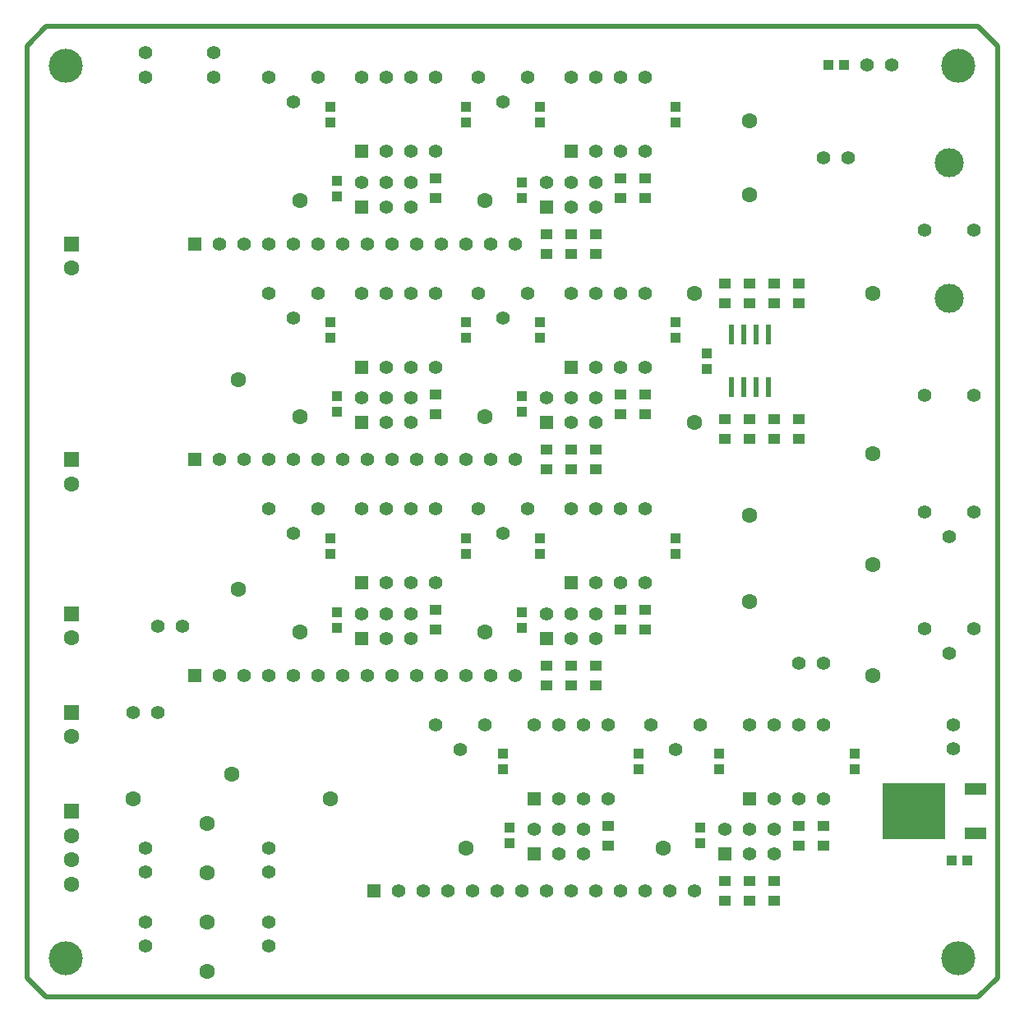
<source format=gbr>
%TF.GenerationSoftware,KiCad,Pcbnew,(5.1.12)-1*%
%TF.CreationDate,2022-11-09T13:17:00+09:00*%
%TF.ProjectId,2212_PHOTO_DIODE_PRE_AMP,32323132-5f50-4484-9f54-4f5f44494f44,0*%
%TF.SameCoordinates,Original*%
%TF.FileFunction,Soldermask,Top*%
%TF.FilePolarity,Negative*%
%FSLAX46Y46*%
G04 Gerber Fmt 4.6, Leading zero omitted, Abs format (unit mm)*
G04 Created by KiCad (PCBNEW (5.1.12)-1) date 2022-11-09 13:17:00*
%MOMM*%
%LPD*%
G01*
G04 APERTURE LIST*
%ADD10C,0.500000*%
%ADD11C,3.000000*%
%ADD12C,3.500000*%
%ADD13C,1.400000*%
%ADD14R,1.000000X1.000000*%
%ADD15C,1.600000*%
%ADD16R,1.600000X1.600000*%
%ADD17R,0.600000X2.000000*%
%ADD18R,6.400000X5.800000*%
%ADD19R,2.200000X1.200000*%
%ADD20R,1.400000X1.400000*%
%ADD21R,1.250000X1.000000*%
G04 APERTURE END LIST*
D10*
X52000000Y-50000000D02*
X50000000Y-52000000D01*
X148000000Y-50000000D02*
X52000000Y-50000000D01*
X150000000Y-52000000D02*
X148000000Y-50000000D01*
X150000000Y-148000000D02*
X150000000Y-52000000D01*
X148000000Y-150000000D02*
X150000000Y-148000000D01*
X52000000Y-150000000D02*
X148000000Y-150000000D01*
X50000000Y-148000000D02*
X52000000Y-150000000D01*
X50000000Y-52000000D02*
X50000000Y-148000000D01*
D11*
%TO.C,REF\u002A\u002A*%
X145000000Y-78000000D03*
%TD*%
%TO.C,REF\u002A\u002A*%
X145000000Y-64000000D03*
%TD*%
D12*
%TO.C,REF\u002A\u002A*%
X54000000Y-146000000D03*
%TD*%
%TO.C,REF\u002A\u002A*%
X146000000Y-146000000D03*
%TD*%
%TO.C,REF\u002A\u002A*%
X146000000Y-54000000D03*
%TD*%
%TO.C,REF\u002A\u002A*%
X54000000Y-54000000D03*
%TD*%
D13*
%TO.C,C12*%
X62230000Y-137140000D03*
X62230000Y-134640000D03*
%TD*%
%TO.C,C13*%
X62230000Y-144760000D03*
X62230000Y-142260000D03*
%TD*%
%TO.C,C14*%
X129560000Y-115570000D03*
X132060000Y-115570000D03*
%TD*%
%TO.C,C15*%
X74930000Y-137140000D03*
X74930000Y-134640000D03*
%TD*%
%TO.C,C16*%
X74930000Y-144760000D03*
X74930000Y-142260000D03*
%TD*%
D14*
%TO.C,C17*%
X120015000Y-83655000D03*
X120015000Y-85255000D03*
%TD*%
%TO.C,C18*%
X145250000Y-135890000D03*
X146850000Y-135890000D03*
%TD*%
D13*
%TO.C,C19*%
X134600000Y-63500000D03*
X132100000Y-63500000D03*
%TD*%
%TO.C,C20*%
X145415000Y-121940000D03*
X145415000Y-124440000D03*
%TD*%
D14*
%TO.C,C21*%
X116840000Y-58255000D03*
X116840000Y-59855000D03*
%TD*%
%TO.C,C22*%
X116840000Y-80480000D03*
X116840000Y-82080000D03*
%TD*%
%TO.C,C23*%
X102870000Y-58255000D03*
X102870000Y-59855000D03*
%TD*%
%TO.C,C24*%
X102870000Y-80480000D03*
X102870000Y-82080000D03*
%TD*%
%TO.C,C25*%
X100965000Y-66040000D03*
X100965000Y-67640000D03*
%TD*%
%TO.C,C26*%
X100965000Y-88100000D03*
X100965000Y-89700000D03*
%TD*%
%TO.C,C27*%
X95250000Y-58255000D03*
X95250000Y-59855000D03*
%TD*%
%TO.C,C28*%
X95250000Y-80480000D03*
X95250000Y-82080000D03*
%TD*%
%TO.C,C29*%
X81280000Y-58255000D03*
X81280000Y-59855000D03*
%TD*%
%TO.C,C30*%
X81280000Y-80480000D03*
X81280000Y-82080000D03*
%TD*%
%TO.C,C31*%
X81915000Y-65875000D03*
X81915000Y-67475000D03*
%TD*%
%TO.C,C32*%
X81915000Y-88100000D03*
X81915000Y-89700000D03*
%TD*%
D13*
%TO.C,C33*%
X62230000Y-52725000D03*
X62230000Y-55225000D03*
%TD*%
%TO.C,C34*%
X69215000Y-55225000D03*
X69215000Y-52725000D03*
%TD*%
D14*
%TO.C,C35*%
X116840000Y-102705000D03*
X116840000Y-104305000D03*
%TD*%
%TO.C,C36*%
X135255000Y-124930000D03*
X135255000Y-126530000D03*
%TD*%
%TO.C,C37*%
X102870000Y-102705000D03*
X102870000Y-104305000D03*
%TD*%
%TO.C,C38*%
X121285000Y-124930000D03*
X121285000Y-126530000D03*
%TD*%
%TO.C,C39*%
X100965000Y-110325000D03*
X100965000Y-111925000D03*
%TD*%
%TO.C,C40*%
X119380000Y-132550000D03*
X119380000Y-134150000D03*
%TD*%
%TO.C,C41*%
X95250000Y-102705000D03*
X95250000Y-104305000D03*
%TD*%
%TO.C,C42*%
X113030000Y-124930000D03*
X113030000Y-126530000D03*
%TD*%
%TO.C,C43*%
X81280000Y-102705000D03*
X81280000Y-104305000D03*
%TD*%
%TO.C,C44*%
X99060000Y-124930000D03*
X99060000Y-126530000D03*
%TD*%
%TO.C,C45*%
X81915000Y-110325000D03*
X81915000Y-111925000D03*
%TD*%
%TO.C,C46*%
X99695000Y-132550000D03*
X99695000Y-134150000D03*
%TD*%
D13*
%TO.C,C47*%
X63480000Y-120650000D03*
X60980000Y-120650000D03*
%TD*%
%TO.C,C48*%
X63520000Y-111760000D03*
X66020000Y-111760000D03*
%TD*%
D15*
%TO.C,CN2*%
X54610000Y-74910000D03*
D16*
X54610000Y-72410000D03*
%TD*%
D15*
%TO.C,CN3*%
X54610000Y-97135000D03*
D16*
X54610000Y-94635000D03*
%TD*%
D15*
%TO.C,CN4*%
X54610000Y-113010000D03*
D16*
X54610000Y-110510000D03*
%TD*%
D15*
%TO.C,CN5*%
X54610000Y-123170000D03*
D16*
X54610000Y-120670000D03*
%TD*%
D17*
%TO.C,IC3*%
X126365000Y-87155000D03*
X126365000Y-81755000D03*
X125095000Y-87155000D03*
X125095000Y-81755000D03*
X123825000Y-87155000D03*
X123825000Y-81755000D03*
X122555000Y-87155000D03*
X122555000Y-81755000D03*
%TD*%
D18*
%TO.C,IC4*%
X141410000Y-130810000D03*
D19*
X147710000Y-128530000D03*
X147710000Y-133090000D03*
%TD*%
D13*
%TO.C,IC5*%
X106045000Y-55245000D03*
X113665000Y-62865000D03*
X108585000Y-55245000D03*
X111125000Y-62865000D03*
X111125000Y-55245000D03*
X108585000Y-62865000D03*
X113665000Y-55245000D03*
D20*
X106045000Y-62865000D03*
%TD*%
D13*
%TO.C,IC6*%
X106045000Y-77470000D03*
X113665000Y-85090000D03*
X108585000Y-77470000D03*
X111125000Y-85090000D03*
X111125000Y-77470000D03*
X108585000Y-85090000D03*
X113665000Y-77470000D03*
D20*
X106045000Y-85090000D03*
%TD*%
D13*
%TO.C,IC7*%
X84455000Y-55245000D03*
X92075000Y-62865000D03*
X86995000Y-55245000D03*
X89535000Y-62865000D03*
X89535000Y-55245000D03*
X86995000Y-62865000D03*
X92075000Y-55245000D03*
D20*
X84455000Y-62865000D03*
%TD*%
D13*
%TO.C,IC8*%
X84455000Y-77470000D03*
X92075000Y-85090000D03*
X86995000Y-77470000D03*
X89535000Y-85090000D03*
X89535000Y-77470000D03*
X86995000Y-85090000D03*
X92075000Y-77470000D03*
D20*
X84455000Y-85090000D03*
%TD*%
D13*
%TO.C,IC9*%
X106045000Y-99695000D03*
X113665000Y-107315000D03*
X108585000Y-99695000D03*
X111125000Y-107315000D03*
X111125000Y-99695000D03*
X108585000Y-107315000D03*
X113665000Y-99695000D03*
D20*
X106045000Y-107315000D03*
%TD*%
D13*
%TO.C,IC10*%
X124460000Y-121920000D03*
X132080000Y-129540000D03*
X127000000Y-121920000D03*
X129540000Y-129540000D03*
X129540000Y-121920000D03*
X127000000Y-129540000D03*
X132080000Y-121920000D03*
D20*
X124460000Y-129540000D03*
%TD*%
D13*
%TO.C,IC11*%
X84455000Y-99695000D03*
X92075000Y-107315000D03*
X86995000Y-99695000D03*
X89535000Y-107315000D03*
X89535000Y-99695000D03*
X86995000Y-107315000D03*
X92075000Y-99695000D03*
D20*
X84455000Y-107315000D03*
%TD*%
D13*
%TO.C,IC12*%
X102235000Y-121920000D03*
X109855000Y-129540000D03*
X104775000Y-121920000D03*
X107315000Y-129540000D03*
X107315000Y-121920000D03*
X104775000Y-129540000D03*
X109855000Y-121920000D03*
D20*
X102235000Y-129540000D03*
%TD*%
D13*
%TO.C,JP1*%
X103505000Y-66040000D03*
X106045000Y-66040000D03*
X108585000Y-66040000D03*
X108585000Y-68580000D03*
X106045000Y-68580000D03*
D20*
X103505000Y-68580000D03*
%TD*%
D13*
%TO.C,JP2*%
X103505000Y-88265000D03*
X106045000Y-88265000D03*
X108585000Y-88265000D03*
X108585000Y-90805000D03*
X106045000Y-90805000D03*
D20*
X103505000Y-90805000D03*
%TD*%
D13*
%TO.C,JP3*%
X84455000Y-66040000D03*
X86995000Y-66040000D03*
X89535000Y-66040000D03*
X89535000Y-68580000D03*
X86995000Y-68580000D03*
D20*
X84455000Y-68580000D03*
%TD*%
D13*
%TO.C,JP4*%
X84455000Y-88265000D03*
X86995000Y-88265000D03*
X89535000Y-88265000D03*
X89535000Y-90805000D03*
X86995000Y-90805000D03*
D20*
X84455000Y-90805000D03*
%TD*%
D13*
%TO.C,JP5*%
X103505000Y-110490000D03*
X106045000Y-110490000D03*
X108585000Y-110490000D03*
X108585000Y-113030000D03*
X106045000Y-113030000D03*
D20*
X103505000Y-113030000D03*
%TD*%
D13*
%TO.C,JP6*%
X121920000Y-132715000D03*
X124460000Y-132715000D03*
X127000000Y-132715000D03*
X127000000Y-135255000D03*
X124460000Y-135255000D03*
D20*
X121920000Y-135255000D03*
%TD*%
D13*
%TO.C,JP7*%
X84455000Y-110490000D03*
X86995000Y-110490000D03*
X89535000Y-110490000D03*
X89535000Y-113030000D03*
X86995000Y-113030000D03*
D20*
X84455000Y-113030000D03*
%TD*%
D13*
%TO.C,JP8*%
X102235000Y-132715000D03*
X104775000Y-132715000D03*
X107315000Y-132715000D03*
X107315000Y-135255000D03*
X104775000Y-135255000D03*
D20*
X102235000Y-135255000D03*
%TD*%
D15*
%TO.C,L1*%
X68580000Y-132080000D03*
X68580000Y-137160000D03*
%TD*%
%TO.C,L2*%
X68580000Y-147320000D03*
X68580000Y-142240000D03*
%TD*%
D13*
%TO.C,LED1*%
X139065000Y-53975000D03*
X136525000Y-53975000D03*
%TD*%
%TO.C,PD1*%
X142460000Y-71000000D03*
X147540000Y-71000000D03*
%TD*%
%TO.C,PD2*%
X142460000Y-88000000D03*
X147540000Y-88000000D03*
%TD*%
%TO.C,PD3*%
X147540000Y-100000000D03*
X145000000Y-102540000D03*
X142460000Y-100000000D03*
%TD*%
%TO.C,PD4*%
X147540000Y-112000000D03*
X145000000Y-114540000D03*
X142460000Y-112000000D03*
%TD*%
D21*
%TO.C,R5*%
X127000000Y-76470000D03*
X127000000Y-78470000D03*
%TD*%
%TO.C,R6*%
X127000000Y-92440000D03*
X127000000Y-90440000D03*
%TD*%
%TO.C,R7*%
X124460000Y-76470000D03*
X124460000Y-78470000D03*
%TD*%
%TO.C,R8*%
X124460000Y-92440000D03*
X124460000Y-90440000D03*
%TD*%
%TO.C,R9*%
X121920000Y-78470000D03*
X121920000Y-76470000D03*
%TD*%
%TO.C,R10*%
X121920000Y-90440000D03*
X121920000Y-92440000D03*
%TD*%
D14*
%TO.C,R11*%
X134150000Y-53975000D03*
X132550000Y-53975000D03*
%TD*%
D21*
%TO.C,R12*%
X111125000Y-67675000D03*
X111125000Y-65675000D03*
%TD*%
%TO.C,R13*%
X111125000Y-89900000D03*
X111125000Y-87900000D03*
%TD*%
%TO.C,R14*%
X113665000Y-67675000D03*
X113665000Y-65675000D03*
%TD*%
%TO.C,R15*%
X113665000Y-89900000D03*
X113665000Y-87900000D03*
%TD*%
%TO.C,R16*%
X103505000Y-73390000D03*
X103505000Y-71390000D03*
%TD*%
%TO.C,R17*%
X106045000Y-73390000D03*
X106045000Y-71390000D03*
%TD*%
%TO.C,R18*%
X108585000Y-73390000D03*
X108585000Y-71390000D03*
%TD*%
%TO.C,R19*%
X103505000Y-95615000D03*
X103505000Y-93615000D03*
%TD*%
%TO.C,R20*%
X106045000Y-95615000D03*
X106045000Y-93615000D03*
%TD*%
%TO.C,R21*%
X108585000Y-95615000D03*
X108585000Y-93615000D03*
%TD*%
%TO.C,R22*%
X92075000Y-67675000D03*
X92075000Y-65675000D03*
%TD*%
%TO.C,R23*%
X92075000Y-89900000D03*
X92075000Y-87900000D03*
%TD*%
%TO.C,R24*%
X111125000Y-112125000D03*
X111125000Y-110125000D03*
%TD*%
%TO.C,R25*%
X129540000Y-134350000D03*
X129540000Y-132350000D03*
%TD*%
%TO.C,R26*%
X113665000Y-112125000D03*
X113665000Y-110125000D03*
%TD*%
%TO.C,R27*%
X132080000Y-134350000D03*
X132080000Y-132350000D03*
%TD*%
%TO.C,R28*%
X103505000Y-117840000D03*
X103505000Y-115840000D03*
%TD*%
%TO.C,R29*%
X106045000Y-117840000D03*
X106045000Y-115840000D03*
%TD*%
%TO.C,R30*%
X108585000Y-117840000D03*
X108585000Y-115840000D03*
%TD*%
%TO.C,R31*%
X121920000Y-140065000D03*
X121920000Y-138065000D03*
%TD*%
%TO.C,R32*%
X124460000Y-140065000D03*
X124460000Y-138065000D03*
%TD*%
%TO.C,R33*%
X127000000Y-140065000D03*
X127000000Y-138065000D03*
%TD*%
%TO.C,R34*%
X92075000Y-112125000D03*
X92075000Y-110125000D03*
%TD*%
%TO.C,R35*%
X109855000Y-134350000D03*
X109855000Y-132350000D03*
%TD*%
D13*
%TO.C,RA1*%
X100330000Y-72390000D03*
X97790000Y-72390000D03*
X95250000Y-72390000D03*
X92710000Y-72390000D03*
X90170000Y-72390000D03*
X87630000Y-72390000D03*
X85090000Y-72390000D03*
X82550000Y-72390000D03*
X80010000Y-72390000D03*
X77470000Y-72390000D03*
X74930000Y-72390000D03*
X72390000Y-72390000D03*
X69850000Y-72390000D03*
D20*
X67310000Y-72390000D03*
%TD*%
D13*
%TO.C,RA2*%
X100330000Y-94615000D03*
X97790000Y-94615000D03*
X95250000Y-94615000D03*
X92710000Y-94615000D03*
X90170000Y-94615000D03*
X87630000Y-94615000D03*
X85090000Y-94615000D03*
X82550000Y-94615000D03*
X80010000Y-94615000D03*
X77470000Y-94615000D03*
X74930000Y-94615000D03*
X72390000Y-94615000D03*
X69850000Y-94615000D03*
D20*
X67310000Y-94615000D03*
%TD*%
D13*
%TO.C,RA3*%
X100330000Y-116840000D03*
X97790000Y-116840000D03*
X95250000Y-116840000D03*
X92710000Y-116840000D03*
X90170000Y-116840000D03*
X87630000Y-116840000D03*
X85090000Y-116840000D03*
X82550000Y-116840000D03*
X80010000Y-116840000D03*
X77470000Y-116840000D03*
X74930000Y-116840000D03*
X72390000Y-116840000D03*
X69850000Y-116840000D03*
D20*
X67310000Y-116840000D03*
%TD*%
D13*
%TO.C,RA4*%
X118745000Y-139065000D03*
X116205000Y-139065000D03*
X113665000Y-139065000D03*
X111125000Y-139065000D03*
X108585000Y-139065000D03*
X106045000Y-139065000D03*
X103505000Y-139065000D03*
X100965000Y-139065000D03*
X98425000Y-139065000D03*
X95885000Y-139065000D03*
X93345000Y-139065000D03*
X90805000Y-139065000D03*
X88265000Y-139065000D03*
D20*
X85725000Y-139065000D03*
%TD*%
D15*
%TO.C,TP1*%
X137160000Y-77470000D03*
%TD*%
%TO.C,TP2*%
X137160000Y-93980000D03*
%TD*%
%TO.C,TP3*%
X137160000Y-105410000D03*
%TD*%
%TO.C,TP4*%
X137160000Y-116840000D03*
%TD*%
%TO.C,TP5*%
X124460000Y-100330000D03*
%TD*%
%TO.C,TP6*%
X118745000Y-77470000D03*
%TD*%
%TO.C,TP7*%
X118745000Y-90805000D03*
%TD*%
%TO.C,TP8*%
X60960000Y-129540000D03*
%TD*%
%TO.C,TP9*%
X71120000Y-127000000D03*
%TD*%
%TO.C,TP10*%
X81280000Y-129540000D03*
%TD*%
%TO.C,TP11*%
X97155000Y-67945000D03*
%TD*%
%TO.C,TP12*%
X97155000Y-90170000D03*
%TD*%
%TO.C,TP13*%
X78105000Y-67945000D03*
%TD*%
%TO.C,TP14*%
X78105000Y-90170000D03*
%TD*%
%TO.C,TP15*%
X71755000Y-86360000D03*
%TD*%
%TO.C,TP16*%
X97155000Y-112395000D03*
%TD*%
%TO.C,TP17*%
X115570000Y-134620000D03*
%TD*%
%TO.C,TP18*%
X78105000Y-112395000D03*
%TD*%
%TO.C,TP19*%
X95250000Y-134620000D03*
%TD*%
%TO.C,TP20*%
X71755000Y-107950000D03*
%TD*%
D13*
%TO.C,VR1*%
X99060000Y-57785000D03*
X96520000Y-55245000D03*
X101600000Y-55245000D03*
%TD*%
%TO.C,VR2*%
X99060000Y-80010000D03*
X96520000Y-77470000D03*
X101600000Y-77470000D03*
%TD*%
%TO.C,VR3*%
X77470000Y-57785000D03*
X74930000Y-55245000D03*
X80010000Y-55245000D03*
%TD*%
%TO.C,VR4*%
X77470000Y-80010000D03*
X74930000Y-77470000D03*
X80010000Y-77470000D03*
%TD*%
%TO.C,VR5*%
X99060000Y-102235000D03*
X96520000Y-99695000D03*
X101600000Y-99695000D03*
%TD*%
%TO.C,VR6*%
X116840000Y-124460000D03*
X114300000Y-121920000D03*
X119380000Y-121920000D03*
%TD*%
%TO.C,VR7*%
X77470000Y-102235000D03*
X74930000Y-99695000D03*
X80010000Y-99695000D03*
%TD*%
%TO.C,VR8*%
X94615000Y-124460000D03*
X92075000Y-121920000D03*
X97155000Y-121920000D03*
%TD*%
D21*
%TO.C,R36*%
X129540000Y-78470000D03*
X129540000Y-76470000D03*
%TD*%
%TO.C,R37*%
X129540000Y-90440000D03*
X129540000Y-92440000D03*
%TD*%
D16*
%TO.C,CN1*%
X54610000Y-130870000D03*
D15*
X54610000Y-133370000D03*
X54610000Y-135870000D03*
X54610000Y-138370000D03*
%TD*%
%TO.C,TP21*%
X124460000Y-59690000D03*
%TD*%
%TO.C,TP22*%
X124460000Y-67310000D03*
%TD*%
%TO.C,TP23*%
X124460000Y-109220000D03*
%TD*%
M02*

</source>
